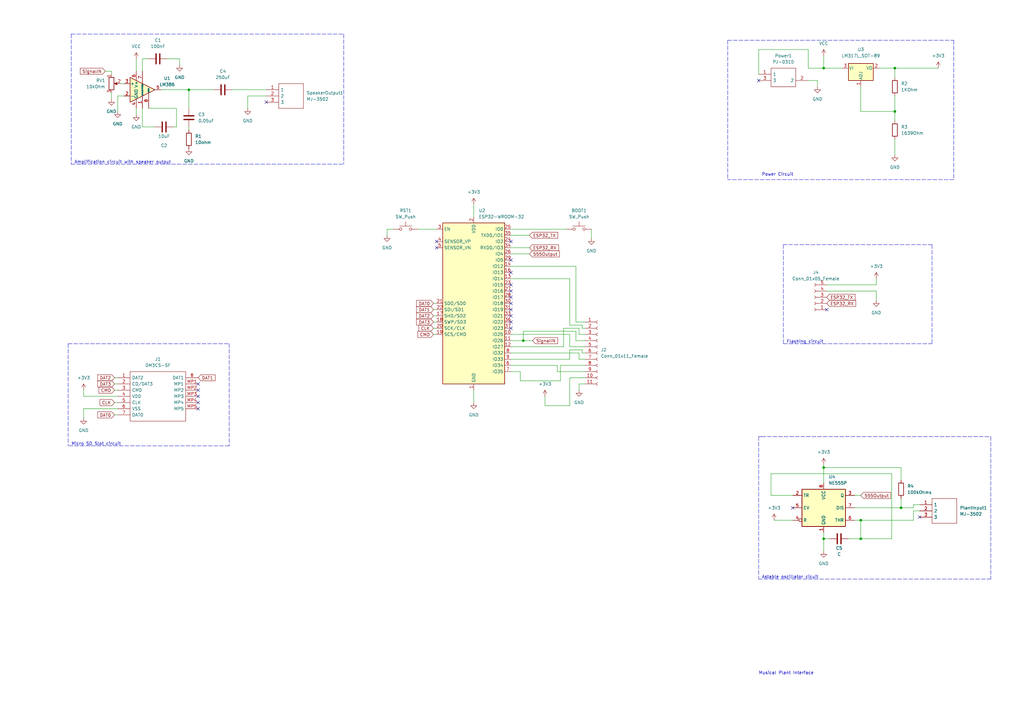
<source format=kicad_sch>
(kicad_sch (version 20211123) (generator eeschema)
  (paper "A3")
  (lib_symbols
    (symbol "Amplifier_Audio:LM386" (pin_names (offset 0.127))
      (property "Reference" "U" (at 1.27 7.62 0))
      (property "Value" "LM386" (at 1.27 5.08 0))
      (symbol "LM386_0_1"
        (polyline (pts (xy 5.08 0) (xy -5.08 5.08) (xy -5.08 -5.08) (xy 5.08 0)) (stroke (width 0.254)) (fill (type background)))
      )
      (symbol "LM386_1_1"
        (pin input line (at 0 -7.62 90) (length 5.08) (name "GAIN") (number "1"))
        (pin input line (at -7.62 -2.54 0) (length 2.54) (name "-") (number "2"))
        (pin input line (at -7.62 2.54 0) (length 2.54) (name "+") (number "3"))
        (pin power_in line (at -2.54 -7.62 90) (length 3.81) (name "GND") (number "4"))
        (pin output line (at 7.62 0 180) (length 2.54) (name "~") (number "5"))
        (pin power_in line (at -2.54 7.62 270) (length 3.81) (name "V+") (number "6"))
        (pin input line (at 0 7.62 270) (length 5.08) (name "BYPASS") (number "7"))
        (pin input line (at 2.54 -7.62 90) (length 6.35) (name "GAIN") (number "8"))
      )
    )
    (symbol "Connector:Conn_01x05_Female" (pin_names (offset 1.016) hide)
      (property "Reference" "J" (at 0 7.62 0))
      (property "Value" "Conn_01x05_Female" (at 0 -7.62 0))
      (symbol "Conn_01x05_Female_1_1"
        (arc (start 0 -4.572) (mid -0.508 -5.08) (end 0 -5.588) (stroke (width 0.1524)))
        (arc (start 0 -2.032) (mid -0.508 -2.54) (end 0 -3.048) (stroke (width 0.1524)))
        (polyline (pts (xy -1.27 -5.08) (xy -0.508 -5.08)) (stroke (width 0.1524)))
        (polyline (pts (xy -1.27 -2.54) (xy -0.508 -2.54)) (stroke (width 0.1524)))
        (polyline (pts (xy -1.27 0) (xy -0.508 0)) (stroke (width 0.1524)))
        (polyline (pts (xy -1.27 2.54) (xy -0.508 2.54)) (stroke (width 0.1524)))
        (polyline (pts (xy -1.27 5.08) (xy -0.508 5.08)) (stroke (width 0.1524)))
        (arc (start 0 0.508) (mid -0.508 0) (end 0 -0.508) (stroke (width 0.1524)))
        (arc (start 0 3.048) (mid -0.508 2.54) (end 0 2.032) (stroke (width 0.1524)))
        (arc (start 0 5.588) (mid -0.508 5.08) (end 0 4.572) (stroke (width 0.1524)))
        (pin passive line (at -5.08 5.08 0) (length 3.81) (name "Pin_1") (number "1"))
        (pin passive line (at -5.08 2.54 0) (length 3.81) (name "Pin_2") (number "2"))
        (pin passive line (at -5.08 0 0) (length 3.81) (name "Pin_3") (number "3"))
        (pin passive line (at -5.08 -2.54 0) (length 3.81) (name "Pin_4") (number "4"))
        (pin passive line (at -5.08 -5.08 0) (length 3.81) (name "Pin_5") (number "5"))
      )
    )
    (symbol "Connector:Conn_01x11_Female" (pin_names (offset 1.016) hide)
      (property "Reference" "J" (at 0 15.24 0))
      (property "Value" "Conn_01x11_Female" (at 0 -15.24 0))
      (symbol "Conn_01x11_Female_1_1"
        (arc (start 0 -12.192) (mid -0.508 -12.7) (end 0 -13.208) (stroke (width 0.1524)))
        (arc (start 0 -9.652) (mid -0.508 -10.16) (end 0 -10.668) (stroke (width 0.1524)))
        (arc (start 0 -7.112) (mid -0.508 -7.62) (end 0 -8.128) (stroke (width 0.1524)))
        (arc (start 0 -4.572) (mid -0.508 -5.08) (end 0 -5.588) (stroke (width 0.1524)))
        (arc (start 0 -2.032) (mid -0.508 -2.54) (end 0 -3.048) (stroke (width 0.1524)))
        (polyline (pts (xy -1.27 -12.7) (xy -0.508 -12.7)) (stroke (width 0.1524)))
        (polyline (pts (xy -1.27 -10.16) (xy -0.508 -10.16)) (stroke (width 0.1524)))
        (polyline (pts (xy -1.27 -7.62) (xy -0.508 -7.62)) (stroke (width 0.1524)))
        (polyline (pts (xy -1.27 -5.08) (xy -0.508 -5.08)) (stroke (width 0.1524)))
        (polyline (pts (xy -1.27 -2.54) (xy -0.508 -2.54)) (stroke (width 0.1524)))
        (polyline (pts (xy -1.27 0) (xy -0.508 0)) (stroke (width 0.1524)))
        (polyline (pts (xy -1.27 2.54) (xy -0.508 2.54)) (stroke (width 0.1524)))
        (polyline (pts (xy -1.27 5.08) (xy -0.508 5.08)) (stroke (width 0.1524)))
        (polyline (pts (xy -1.27 7.62) (xy -0.508 7.62)) (stroke (width 0.1524)))
        (polyline (pts (xy -1.27 10.16) (xy -0.508 10.16)) (stroke (width 0.1524)))
        (polyline (pts (xy -1.27 12.7) (xy -0.508 12.7)) (stroke (width 0.1524)))
        (arc (start 0 0.508) (mid -0.508 0) (end 0 -0.508) (stroke (width 0.1524)))
        (arc (start 0 3.048) (mid -0.508 2.54) (end 0 2.032) (stroke (width 0.1524)))
        (arc (start 0 5.588) (mid -0.508 5.08) (end 0 4.572) (stroke (width 0.1524)))
        (arc (start 0 8.128) (mid -0.508 7.62) (end 0 7.112) (stroke (width 0.1524)))
        (arc (start 0 10.668) (mid -0.508 10.16) (end 0 9.652) (stroke (width 0.1524)))
        (arc (start 0 13.208) (mid -0.508 12.7) (end 0 12.192) (stroke (width 0.1524)))
        (pin passive line (at -5.08 12.7 0) (length 3.81) (name "Pin_1") (number "1"))
        (pin passive line (at -5.08 -10.16 0) (length 3.81) (name "Pin_10") (number "10"))
        (pin passive line (at -5.08 -12.7 0) (length 3.81) (name "Pin_11") (number "11"))
        (pin passive line (at -5.08 10.16 0) (length 3.81) (name "Pin_2") (number "2"))
        (pin passive line (at -5.08 7.62 0) (length 3.81) (name "Pin_3") (number "3"))
        (pin passive line (at -5.08 5.08 0) (length 3.81) (name "Pin_4") (number "4"))
        (pin passive line (at -5.08 2.54 0) (length 3.81) (name "Pin_5") (number "5"))
        (pin passive line (at -5.08 0 0) (length 3.81) (name "Pin_6") (number "6"))
        (pin passive line (at -5.08 -2.54 0) (length 3.81) (name "Pin_7") (number "7"))
        (pin passive line (at -5.08 -5.08 0) (length 3.81) (name "Pin_8") (number "8"))
        (pin passive line (at -5.08 -7.62 0) (length 3.81) (name "Pin_9") (number "9"))
      )
    )
    (symbol "DM3CS-SF:DM3CS-SF" (pin_names (offset 0.762))
      (property "Reference" "J" (at 29.21 7.62 0))
      (property "Value" "DM3CS-SF" (at 29.21 5.08 0))
      (symbol "DM3CS-SF_0_0"
        (pin passive line (at 0 0 0) (length 5.08) (name "DAT2") (number "1"))
        (pin passive line (at 0 -2.54 0) (length 5.08) (name "CD/DAT3") (number "2"))
        (pin passive line (at 0 -5.08 0) (length 5.08) (name "CMD") (number "3"))
        (pin passive line (at 0 -7.62 0) (length 5.08) (name "VDD") (number "4"))
        (pin passive line (at 0 -10.16 0) (length 5.08) (name "CLK") (number "5"))
        (pin passive line (at 0 -12.7 0) (length 5.08) (name "VSS") (number "6"))
        (pin passive line (at 0 -15.24 0) (length 5.08) (name "DAT0") (number "7"))
        (pin passive line (at 33.02 0 180) (length 5.08) (name "DAT1") (number "8"))
        (pin passive line (at 33.02 -2.54 180) (length 5.08) (name "MP1") (number "MP1"))
        (pin passive line (at 33.02 -5.08 180) (length 5.08) (name "MP2") (number "MP2"))
        (pin passive line (at 33.02 -7.62 180) (length 5.08) (name "MP3") (number "MP3"))
        (pin passive line (at 33.02 -10.16 180) (length 5.08) (name "MP4") (number "MP4"))
        (pin passive line (at 33.02 -12.7 180) (length 5.08) (name "MP5") (number "MP5"))
      )
      (symbol "DM3CS-SF_0_1"
        (polyline (pts (xy 5.08 2.54) (xy 27.94 2.54) (xy 27.94 -17.78) (xy 5.08 -17.78) (xy 5.08 2.54)) (stroke (width 0.1524)))
      )
    )
    (symbol "Device:C" (pin_numbers hide) (pin_names (offset 0.254))
      (property "Reference" "C" (at 0.635 2.54 0))
      (property "Value" "C" (at 0.635 -2.54 0))
      (symbol "C_0_1"
        (polyline (pts (xy -2.032 -0.762) (xy 2.032 -0.762)) (stroke (width 0.508)))
        (polyline (pts (xy -2.032 0.762) (xy 2.032 0.762)) (stroke (width 0.508)))
      )
      (symbol "C_1_1"
        (pin passive line (at 0 3.81 270) (length 2.794) (name "~") (number "1"))
        (pin passive line (at 0 -3.81 90) (length 2.794) (name "~") (number "2"))
      )
    )
    (symbol "Device:R" (pin_numbers hide) (pin_names (offset 0))
      (property "Reference" "R" (at 2.032 0 90))
      (property "Value" "R" (at 0 0 90))
      (symbol "R_0_1"
        (rectangle (start -1.016 -2.54) (end 1.016 2.54) (stroke (width 0.254)))
      )
      (symbol "R_1_1"
        (pin passive line (at 0 3.81 270) (length 1.27) (name "~") (number "1"))
        (pin passive line (at 0 -3.81 90) (length 1.27) (name "~") (number "2"))
      )
    )
    (symbol "Device:R_Potentiometer" (pin_names (offset 1.016) hide)
      (property "Reference" "RV" (at -4.445 0 90))
      (property "Value" "R_Potentiometer" (at -2.54 0 90))
      (symbol "R_Potentiometer_0_1"
        (polyline (pts (xy 2.54 0) (xy 1.524 0)))
        (polyline (pts (xy 1.143 0) (xy 2.286 0.508) (xy 2.286 -0.508) (xy 1.143 0)) (fill (type outline)))
        (rectangle (start 1.016 2.54) (end -1.016 -2.54) (stroke (width 0.254)))
      )
      (symbol "R_Potentiometer_1_1"
        (pin passive line (at 0 3.81 270) (length 1.27) (name "1") (number "1"))
        (pin passive line (at 3.81 0 180) (length 1.27) (name "2") (number "2"))
        (pin passive line (at 0 -3.81 90) (length 1.27) (name "3") (number "3"))
      )
    )
    (symbol "MJ-3502:MJ-3502" (pin_names (offset 0.762))
      (property "Reference" "J" (at 16.51 7.62 0))
      (property "Value" "MJ-3502" (at 16.51 5.08 0))
      (symbol "MJ-3502_0_0"
        (pin passive line (at 0 0 0) (length 5.08) (name "1") (number "1"))
        (pin passive line (at 0 -2.54 0) (length 5.08) (name "2") (number "2"))
        (pin passive line (at 0 -5.08 0) (length 5.08) (name "3") (number "3"))
      )
      (symbol "MJ-3502_0_1"
        (polyline (pts (xy 5.08 2.54) (xy 15.24 2.54) (xy 15.24 -7.62) (xy 5.08 -7.62) (xy 5.08 2.54)) (stroke (width 0.1524)))
      )
    )
    (symbol "PJ-031D:PJ-031D" (pin_names (offset 0.762))
      (property "Reference" "J" (at 16.51 7.62 0))
      (property "Value" "PJ-031D" (at 16.51 5.08 0))
      (symbol "PJ-031D_0_0"
        (pin passive line (at 20.32 -2.54 180) (length 5.08) (name "1") (number "1"))
        (pin passive line (at 0 0 0) (length 5.08) (name "2") (number "2"))
        (pin passive line (at 20.32 0 180) (length 5.08) (name "3") (number "3"))
      )
      (symbol "PJ-031D_0_1"
        (polyline (pts (xy 5.08 2.54) (xy 15.24 2.54) (xy 15.24 -5.08) (xy 5.08 -5.08) (xy 5.08 2.54)) (stroke (width 0.1524)))
      )
    )
    (symbol "RF_Module:ESP32-WROOM-32"
      (property "Reference" "U" (at -12.7 34.29 0))
      (property "Value" "ESP32-WROOM-32" (at 1.27 34.29 0))
      (symbol "ESP32-WROOM-32_0_1"
        (rectangle (start -12.7 33.02) (end 12.7 -33.02) (stroke (width 0.254)) (fill (type background)))
      )
      (symbol "ESP32-WROOM-32_1_1"
        (pin power_in line (at 0 -35.56 90) (length 2.54) (name "GND") (number "1"))
        (pin bidirectional line (at 15.24 -12.7 180) (length 2.54) (name "IO25") (number "10"))
        (pin bidirectional line (at 15.24 -15.24 180) (length 2.54) (name "IO26") (number "11"))
        (pin bidirectional line (at 15.24 -17.78 180) (length 2.54) (name "IO27") (number "12"))
        (pin bidirectional line (at 15.24 10.16 180) (length 2.54) (name "IO14") (number "13"))
        (pin bidirectional line (at 15.24 15.24 180) (length 2.54) (name "IO12") (number "14"))
        (pin passive line (at 0 -35.56 90) (length 2.54) hide (name "GND") (number "15"))
        (pin bidirectional line (at 15.24 12.7 180) (length 2.54) (name "IO13") (number "16"))
        (pin bidirectional line (at -15.24 -5.08 0) (length 2.54) (name "SHD/SD2") (number "17"))
        (pin bidirectional line (at -15.24 -7.62 0) (length 2.54) (name "SWP/SD3") (number "18"))
        (pin bidirectional line (at -15.24 -12.7 0) (length 2.54) (name "SCS/CMD") (number "19"))
        (pin power_in line (at 0 35.56 270) (length 2.54) (name "VDD") (number "2"))
        (pin bidirectional line (at -15.24 -10.16 0) (length 2.54) (name "SCK/CLK") (number "20"))
        (pin bidirectional line (at -15.24 0 0) (length 2.54) (name "SDO/SD0") (number "21"))
        (pin bidirectional line (at -15.24 -2.54 0) (length 2.54) (name "SDI/SD1") (number "22"))
        (pin bidirectional line (at 15.24 7.62 180) (length 2.54) (name "IO15") (number "23"))
        (pin bidirectional line (at 15.24 25.4 180) (length 2.54) (name "IO2") (number "24"))
        (pin bidirectional line (at 15.24 30.48 180) (length 2.54) (name "IO0") (number "25"))
        (pin bidirectional line (at 15.24 20.32 180) (length 2.54) (name "IO4") (number "26"))
        (pin bidirectional line (at 15.24 5.08 180) (length 2.54) (name "IO16") (number "27"))
        (pin bidirectional line (at 15.24 2.54 180) (length 2.54) (name "IO17") (number "28"))
        (pin bidirectional line (at 15.24 17.78 180) (length 2.54) (name "IO5") (number "29"))
        (pin input line (at -15.24 30.48 0) (length 2.54) (name "EN") (number "3"))
        (pin bidirectional line (at 15.24 0 180) (length 2.54) (name "IO18") (number "30"))
        (pin bidirectional line (at 15.24 -2.54 180) (length 2.54) (name "IO19") (number "31"))
        (pin no_connect line (at -12.7 -27.94 0) (length 2.54) hide (name "NC") (number "32"))
        (pin bidirectional line (at 15.24 -5.08 180) (length 2.54) (name "IO21") (number "33"))
        (pin bidirectional line (at 15.24 22.86 180) (length 2.54) (name "RXD0/IO3") (number "34"))
        (pin bidirectional line (at 15.24 27.94 180) (length 2.54) (name "TXD0/IO1") (number "35"))
        (pin bidirectional line (at 15.24 -7.62 180) (length 2.54) (name "IO22") (number "36"))
        (pin bidirectional line (at 15.24 -10.16 180) (length 2.54) (name "IO23") (number "37"))
        (pin passive line (at 0 -35.56 90) (length 2.54) hide (name "GND") (number "38"))
        (pin passive line (at 0 -35.56 90) (length 2.54) hide (name "GND") (number "39"))
        (pin input line (at -15.24 25.4 0) (length 2.54) (name "SENSOR_VP") (number "4"))
        (pin input line (at -15.24 22.86 0) (length 2.54) (name "SENSOR_VN") (number "5"))
        (pin input line (at 15.24 -25.4 180) (length 2.54) (name "IO34") (number "6"))
        (pin input line (at 15.24 -27.94 180) (length 2.54) (name "IO35") (number "7"))
        (pin bidirectional line (at 15.24 -20.32 180) (length 2.54) (name "IO32") (number "8"))
        (pin bidirectional line (at 15.24 -22.86 180) (length 2.54) (name "IO33") (number "9"))
      )
    )
    (symbol "Regulator_Linear:LM317L_SOT-89" (pin_names (offset 0.254))
      (property "Reference" "U" (at -3.81 3.175 0))
      (property "Value" "LM317L_SOT-89" (at 0 3.175 0))
      (symbol "LM317L_SOT-89_0_1"
        (rectangle (start -5.08 1.905) (end 5.08 -5.08) (stroke (width 0.254)) (fill (type background)))
      )
      (symbol "LM317L_SOT-89_1_1"
        (pin input line (at 0 -7.62 90) (length 2.54) (name "ADJ") (number "1"))
        (pin power_out line (at 7.62 0 180) (length 2.54) (name "VO") (number "2"))
        (pin power_in line (at -7.62 0 0) (length 2.54) (name "VI") (number "3"))
      )
    )
    (symbol "Switch:SW_Push" (pin_numbers hide) (pin_names (offset 1.016) hide)
      (property "Reference" "SW" (at 1.27 2.54 0))
      (property "Value" "SW_Push" (at 0 -1.524 0))
      (symbol "SW_Push_0_1"
        (circle (center -2.032 0) (radius 0.508))
        (polyline (pts (xy 0 1.27) (xy 0 3.048)))
        (polyline (pts (xy 2.54 1.27) (xy -2.54 1.27)))
        (circle (center 2.032 0) (radius 0.508))
        (pin passive line (at -5.08 0 0) (length 2.54) (name "1") (number "1"))
        (pin passive line (at 5.08 0 180) (length 2.54) (name "2") (number "2"))
      )
    )
    (symbol "Timer:NE555P"
      (property "Reference" "U" (at -10.16 8.89 0))
      (property "Value" "NE555P" (at 2.54 8.89 0))
      (symbol "NE555P_0_0"
        (pin power_in line (at 0 -10.16 90) (length 2.54) (name "GND") (number "1"))
        (pin power_in line (at 0 10.16 270) (length 2.54) (name "VCC") (number "8"))
      )
      (symbol "NE555P_0_1"
        (rectangle (start -8.89 -7.62) (end 8.89 7.62) (stroke (width 0.254)) (fill (type background)))
        (rectangle (start -8.89 -7.62) (end 8.89 7.62) (stroke (width 0.254)) (fill (type background)))
      )
      (symbol "NE555P_1_1"
        (pin input line (at -12.7 5.08 0) (length 3.81) (name "TR") (number "2"))
        (pin output line (at 12.7 5.08 180) (length 3.81) (name "Q") (number "3"))
        (pin input inverted (at -12.7 -5.08 0) (length 3.81) (name "R") (number "4"))
        (pin input line (at -12.7 0 0) (length 3.81) (name "CV") (number "5"))
        (pin input line (at 12.7 -5.08 180) (length 3.81) (name "THR") (number "6"))
        (pin input line (at 12.7 0 180) (length 3.81) (name "DIS") (number "7"))
      )
    )
    (symbol "power:+3.3V" (power) (pin_names (offset 0))
      (property "Value" "+3.3V" (at 0 3.556 0))
      (symbol "+3.3V_0_1"
        (polyline (pts (xy -0.762 1.27) (xy 0 2.54)))
        (polyline (pts (xy 0 0) (xy 0 2.54)))
        (polyline (pts (xy 0 2.54) (xy 0.762 1.27)))
      )
      (symbol "+3.3V_1_1"
        (pin power_in line (at 0 0 90) (length 0) hide (name "+3V3") (number "1"))
      )
    )
    (symbol "power:GND" (power) (pin_names (offset 0))
      (property "Value" "GND" (at 0 -3.81 0))
      (symbol "GND_0_1"
        (polyline (pts (xy 0 0) (xy 0 -1.27) (xy 1.27 -1.27) (xy 0 -2.54) (xy -1.27 -1.27) (xy 0 -1.27)))
      )
      (symbol "GND_1_1"
        (pin power_in line (at 0 0 270) (length 0) hide (name "GND") (number "1"))
      )
    )
    (symbol "power:VCC" (power) (pin_names (offset 0))
      (property "Value" "VCC" (at 0 3.81 0))
      (symbol "VCC_0_1"
        (polyline (pts (xy -0.762 1.27) (xy 0 2.54)))
        (polyline (pts (xy 0 0) (xy 0 2.54)))
        (polyline (pts (xy 0 2.54) (xy 0.762 1.27)))
      )
      (symbol "VCC_1_1"
        (pin power_in line (at 0 0 90) (length 0) hide (name "VCC") (number "1"))
      )
    )
  )
  (junction (at 214.63 139.7))
  (junction (at 353.06 220.98))
  (junction (at 337.82 191.77))
  (junction (at 367.03 45.72))
  (junction (at 337.82 220.98))
  (junction (at 353.06 213.36))
  (junction (at 369.57 208.28))
  (junction (at 337.82 27.94))
  (junction (at 77.47 36.83))
  (junction (at 367.03 27.94))
  (no_connect (at 81.28 160.02))
  (no_connect (at 81.28 162.56))
  (no_connect (at 81.28 165.1))
  (no_connect (at 81.28 167.64))
  (no_connect (at 81.28 157.48))
  (no_connect (at 339.09 127))
  (no_connect (at 209.55 119.38))
  (no_connect (at 209.55 121.92))
  (no_connect (at 209.55 127))
  (no_connect (at 209.55 124.46))
  (no_connect (at 209.55 129.54))
  (no_connect (at 209.55 132.08))
  (no_connect (at 209.55 134.62))
  (no_connect (at 377.19 212.09))
  (no_connect (at 109.22 41.91))
  (no_connect (at 325.12 208.28))
  (no_connect (at 209.55 106.68))
  (no_connect (at 209.55 116.84))
  (no_connect (at 209.55 111.76))
  (no_connect (at 179.07 99.06))
  (no_connect (at 209.55 99.06))
  (no_connect (at 179.07 101.6))
  (no_connect (at 311.15 33.02))
  (wire (pts (xy 77.47 52.07) (xy 77.47 53.34)))
  (polyline (pts (xy 391.16 16.51) (xy 391.16 73.66)))
  (wire (pts (xy 223.52 162.56) (xy 223.52 166.37)))
  (wire (pts (xy 228.6 149.86) (xy 228.6 152.4)))
  (wire (pts (xy 58.42 52.07) (xy 63.5 52.07)))
  (wire (pts (xy 177.8 134.62) (xy 179.07 134.62)))
  (polyline (pts (xy 321.31 100.33) (xy 321.31 140.97)))
  (polyline (pts (xy 298.45 16.51) (xy 391.16 16.51)))
  (wire (pts (xy 353.06 45.72) (xy 367.03 45.72)))
  (wire (pts (xy 58.42 29.21) (xy 58.42 24.13)))
  (polyline (pts (xy 382.27 100.33) (xy 382.27 140.97)))
  (wire (pts (xy 101.6 39.37) (xy 101.6 44.45)))
  (wire (pts (xy 48.26 39.37) (xy 48.26 45.72)))
  (wire (pts (xy 55.88 44.45) (xy 55.88 46.99)))
  (wire (pts (xy 214.63 139.7) (xy 214.63 135.89)))
  (wire (pts (xy 209.55 149.86) (xy 228.6 149.86)))
  (wire (pts (xy 236.22 135.89) (xy 236.22 139.7)))
  (polyline (pts (xy 312.42 179.07) (xy 406.4 179.07)))
  (wire (pts (xy 238.76 133.35) (xy 238.76 134.62)))
  (wire (pts (xy 209.55 152.4) (xy 213.36 152.4)))
  (wire (pts (xy 66.04 36.83) (xy 77.47 36.83)))
  (wire (pts (xy 72.39 44.45) (xy 72.39 52.07)))
  (wire (pts (xy 233.68 137.16) (xy 233.68 142.24)))
  (wire (pts (xy 350.52 213.36) (xy 353.06 213.36)))
  (wire (pts (xy 233.68 114.3) (xy 233.68 133.35)))
  (wire (pts (xy 214.63 139.7) (xy 218.44 139.7)))
  (wire (pts (xy 236.22 132.08) (xy 240.03 132.08)))
  (wire (pts (xy 77.47 36.83) (xy 87.63 36.83)))
  (wire (pts (xy 213.36 156.21) (xy 229.87 156.21)))
  (wire (pts (xy 77.47 36.83) (xy 77.47 44.45)))
  (wire (pts (xy 209.55 93.98) (xy 232.41 93.98)))
  (wire (pts (xy 233.68 154.94) (xy 233.68 166.37)))
  (wire (pts (xy 229.87 156.21) (xy 229.87 149.86)))
  (wire (pts (xy 72.39 52.07) (xy 71.12 52.07)))
  (wire (pts (xy 171.45 93.98) (xy 179.07 93.98)))
  (wire (pts (xy 337.82 27.94) (xy 345.44 27.94)))
  (wire (pts (xy 46.99 170.18) (xy 48.26 170.18)))
  (wire (pts (xy 331.47 33.02) (xy 335.28 33.02)))
  (wire (pts (xy 34.29 167.64) (xy 34.29 171.45)))
  (wire (pts (xy 339.09 116.84) (xy 359.41 116.84)))
  (wire (pts (xy 347.98 220.98) (xy 353.06 220.98)))
  (polyline (pts (xy 382.27 100.33) (xy 321.31 100.33)))
  (wire (pts (xy 238.76 144.78) (xy 240.03 144.78)))
  (wire (pts (xy 316.23 194.31) (xy 365.76 194.31)))
  (wire (pts (xy 177.8 137.16) (xy 179.07 137.16)))
  (wire (pts (xy 237.49 147.32) (xy 240.03 147.32)))
  (polyline (pts (xy 93.98 182.88) (xy 27.94 182.88)))
  (polyline (pts (xy 29.21 67.31) (xy 140.97 67.31)))
  (wire (pts (xy 233.68 142.24) (xy 240.03 142.24)))
  (wire (pts (xy 229.87 149.86) (xy 240.03 149.86)))
  (wire (pts (xy 331.47 27.94) (xy 337.82 27.94)))
  (wire (pts (xy 55.88 24.13) (xy 55.88 29.21)))
  (wire (pts (xy 214.63 135.89) (xy 236.22 135.89)))
  (wire (pts (xy 236.22 109.22) (xy 236.22 132.08)))
  (wire (pts (xy 43.18 29.21) (xy 45.72 29.21)))
  (wire (pts (xy 237.49 157.48) (xy 237.49 160.02)))
  (wire (pts (xy 374.65 209.55) (xy 377.19 209.55)))
  (wire (pts (xy 46.99 165.1) (xy 48.26 165.1)))
  (polyline (pts (xy 29.21 13.97) (xy 29.21 67.31)))
  (wire (pts (xy 331.47 20.32) (xy 331.47 27.94)))
  (wire (pts (xy 365.76 194.31) (xy 365.76 220.98)))
  (wire (pts (xy 46.99 160.02) (xy 48.26 160.02)))
  (wire (pts (xy 311.15 20.32) (xy 331.47 20.32)))
  (wire (pts (xy 237.49 144.78) (xy 237.49 147.32)))
  (wire (pts (xy 34.29 160.02) (xy 34.29 162.56)))
  (wire (pts (xy 367.03 57.15) (xy 367.03 63.5)))
  (wire (pts (xy 161.29 93.98) (xy 158.75 93.98)))
  (polyline (pts (xy 93.98 140.97) (xy 93.98 182.88)))
  (polyline (pts (xy 321.31 140.97) (xy 382.27 140.97)))
  (wire (pts (xy 228.6 152.4) (xy 240.03 152.4)))
  (wire (pts (xy 337.82 22.86) (xy 337.82 27.94)))
  (wire (pts (xy 337.82 190.5) (xy 337.82 191.77)))
  (wire (pts (xy 50.8 39.37) (xy 48.26 39.37)))
  (polyline (pts (xy 29.21 13.97) (xy 140.97 13.97)))
  (wire (pts (xy 209.55 144.78) (xy 237.49 144.78)))
  (wire (pts (xy 177.8 124.46) (xy 179.07 124.46)))
  (polyline (pts (xy 311.15 179.07) (xy 312.42 179.07)))
  (wire (pts (xy 335.28 33.02) (xy 335.28 35.56)))
  (wire (pts (xy 317.5 213.36) (xy 325.12 213.36)))
  (wire (pts (xy 353.06 203.2) (xy 350.52 203.2)))
  (wire (pts (xy 95.25 36.83) (xy 109.22 36.83)))
  (wire (pts (xy 367.03 27.94) (xy 367.03 31.75)))
  (wire (pts (xy 101.6 39.37) (xy 109.22 39.37)))
  (wire (pts (xy 337.82 191.77) (xy 369.57 191.77)))
  (wire (pts (xy 34.29 162.56) (xy 48.26 162.56)))
  (wire (pts (xy 213.36 152.4) (xy 213.36 156.21)))
  (wire (pts (xy 238.76 134.62) (xy 240.03 134.62)))
  (wire (pts (xy 177.8 132.08) (xy 179.07 132.08)))
  (wire (pts (xy 194.31 160.02) (xy 194.31 165.1)))
  (wire (pts (xy 177.8 129.54) (xy 179.07 129.54)))
  (wire (pts (xy 359.41 119.38) (xy 359.41 123.19)))
  (wire (pts (xy 369.57 191.77) (xy 369.57 196.85)))
  (wire (pts (xy 337.82 218.44) (xy 337.82 220.98)))
  (wire (pts (xy 240.03 157.48) (xy 237.49 157.48)))
  (wire (pts (xy 231.14 134.62) (xy 237.49 134.62)))
  (wire (pts (xy 367.03 45.72) (xy 367.03 39.37)))
  (wire (pts (xy 337.82 220.98) (xy 340.36 220.98)))
  (wire (pts (xy 58.42 44.45) (xy 58.42 52.07)))
  (wire (pts (xy 233.68 166.37) (xy 223.52 166.37)))
  (polyline (pts (xy 311.15 179.07) (xy 311.15 237.49)))
  (wire (pts (xy 367.03 27.94) (xy 384.81 27.94)))
  (wire (pts (xy 337.82 220.98) (xy 337.82 226.06)))
  (wire (pts (xy 46.99 154.94) (xy 48.26 154.94)))
  (wire (pts (xy 48.26 167.64) (xy 34.29 167.64)))
  (wire (pts (xy 360.68 27.94) (xy 367.03 27.94)))
  (wire (pts (xy 49.53 34.29) (xy 50.8 34.29)))
  (wire (pts (xy 374.65 207.01) (xy 377.19 207.01)))
  (wire (pts (xy 194.31 83.82) (xy 194.31 88.9)))
  (wire (pts (xy 337.82 191.77) (xy 337.82 198.12)))
  (wire (pts (xy 158.75 93.98) (xy 158.75 96.52)))
  (wire (pts (xy 359.41 116.84) (xy 359.41 114.3)))
  (wire (pts (xy 374.65 209.55) (xy 374.65 213.36)))
  (wire (pts (xy 58.42 24.13) (xy 60.96 24.13)))
  (wire (pts (xy 374.65 208.28) (xy 374.65 207.01)))
  (polyline (pts (xy 27.94 140.97) (xy 27.94 182.88)))
  (polyline (pts (xy 406.4 179.07) (xy 406.4 237.49)))
  (polyline (pts (xy 391.16 73.66) (xy 298.45 73.66)))
  (wire (pts (xy 233.68 143.51) (xy 238.76 143.51)))
  (polyline (pts (xy 27.94 140.97) (xy 93.98 140.97)))
  (wire (pts (xy 311.15 30.48) (xy 311.15 20.32)))
  (wire (pts (xy 209.55 96.52) (xy 217.17 96.52)))
  (wire (pts (xy 353.06 220.98) (xy 353.06 213.36)))
  (wire (pts (xy 209.55 137.16) (xy 233.68 137.16)))
  (wire (pts (xy 233.68 147.32) (xy 233.68 143.51)))
  (wire (pts (xy 240.03 154.94) (xy 233.68 154.94)))
  (wire (pts (xy 46.99 157.48) (xy 48.26 157.48)))
  (wire (pts (xy 209.55 104.14) (xy 217.17 104.14)))
  (wire (pts (xy 367.03 45.72) (xy 367.03 49.53)))
  (wire (pts (xy 45.72 30.48) (xy 45.72 29.21)))
  (wire (pts (xy 233.68 133.35) (xy 238.76 133.35)))
  (wire (pts (xy 242.57 93.98) (xy 242.57 97.79)))
  (polyline (pts (xy 140.97 13.97) (xy 140.97 67.31)))
  (wire (pts (xy 237.49 137.16) (xy 240.03 137.16)))
  (wire (pts (xy 209.55 114.3) (xy 233.68 114.3)))
  (wire (pts (xy 209.55 142.24) (xy 231.14 142.24)))
  (wire (pts (xy 68.58 24.13) (xy 73.66 24.13)))
  (polyline (pts (xy 406.4 237.49) (xy 311.15 237.49)))
  (polyline (pts (xy 298.45 16.51) (xy 298.45 73.66)))
  (wire (pts (xy 209.55 101.6) (xy 217.17 101.6)))
  (wire (pts (xy 236.22 139.7) (xy 240.03 139.7)))
  (wire (pts (xy 369.57 208.28) (xy 374.65 208.28)))
  (wire (pts (xy 369.57 204.47) (xy 369.57 208.28)))
  (wire (pts (xy 316.23 203.2) (xy 316.23 194.31)))
  (wire (pts (xy 238.76 143.51) (xy 238.76 144.78)))
  (wire (pts (xy 73.66 24.13) (xy 73.66 26.67)))
  (wire (pts (xy 231.14 142.24) (xy 231.14 134.62)))
  (wire (pts (xy 209.55 139.7) (xy 214.63 139.7)))
  (wire (pts (xy 339.09 119.38) (xy 359.41 119.38)))
  (wire (pts (xy 177.8 127) (xy 179.07 127)))
  (wire (pts (xy 209.55 147.32) (xy 233.68 147.32)))
  (wire (pts (xy 237.49 134.62) (xy 237.49 137.16)))
  (wire (pts (xy 325.12 203.2) (xy 316.23 203.2)))
  (wire (pts (xy 353.06 213.36) (xy 374.65 213.36)))
  (wire (pts (xy 350.52 208.28) (xy 369.57 208.28)))
  (wire (pts (xy 60.96 44.45) (xy 72.39 44.45)))
  (wire (pts (xy 353.06 35.56) (xy 353.06 45.72)))
  (wire (pts (xy 45.72 38.1) (xy 45.72 40.64)))
  (wire (pts (xy 365.76 220.98) (xy 353.06 220.98)))
  (wire (pts (xy 209.55 109.22) (xy 236.22 109.22)))
  (text "Musical Plant Interface" (at 311.15 276.86 0) (effects (font (size 1.27 1.27)) (justify left bottom)))
  (text "Amplification circuit with speaker output\n" (at 30.48 67.31 0) (effects (font (size 1.27 1.27)) (justify left bottom)))
  (text "Power Circuit\n" (at 312.42 72.39 0) (effects (font (size 1.27 1.27)) (justify left bottom)))
  (text "Astable oscillator cicuit" (at 312.42 237.49 0) (effects (font (size 1.27 1.27)) (justify left bottom)))
  (text "Micro SD Slot circuit\n" (at 29.21 182.88 0) (effects (font (size 1.27 1.27)) (justify left bottom)))
  (text "Flashing circuit" (at 322.58 140.97 0) (effects (font (size 1.27 1.27)) (justify left bottom)))
  (global_label "DAT0" (shape input) (at 177.8 124.46 180) (property "Intersheet References" "${INTERSHEET_REFS}" (effects hide)))
  (global_label "CLK" (shape input) (at 46.99 165.1 180) (property "Intersheet References" "${INTERSHEET_REFS}" (effects hide)))
  (global_label "DAT1" (shape input) (at 177.8 127 180) (property "Intersheet References" "${INTERSHEET_REFS}" (effects hide)))
  (global_label "ESP32_TX" (shape input) (at 339.09 121.92 0) (property "Intersheet References" "${INTERSHEET_REFS}" (effects hide)))
  (global_label "555Output" (shape input) (at 353.06 203.2 0) (property "Intersheet References" "${INTERSHEET_REFS}" (effects hide)))
  (global_label "SignalIN" (shape input) (at 43.18 29.21 180) (property "Intersheet References" "${INTERSHEET_REFS}" (effects hide)))
  (global_label "555Output" (shape input) (at 217.17 104.14 0) (property "Intersheet References" "${INTERSHEET_REFS}" (effects hide)))
  (global_label "CMD" (shape input) (at 46.99 160.02 180) (property "Intersheet References" "${INTERSHEET_REFS}" (effects hide)))
  (global_label "DAT1" (shape input) (at 81.28 154.94 0) (property "Intersheet References" "${INTERSHEET_REFS}" (effects hide)))
  (global_label "DAT2" (shape input) (at 46.99 154.94 180) (property "Intersheet References" "${INTERSHEET_REFS}" (effects hide)))
  (global_label "DAT3" (shape input) (at 46.99 157.48 180) (property "Intersheet References" "${INTERSHEET_REFS}" (effects hide)))
  (global_label "SignalIN" (shape input) (at 218.44 139.7 0) (property "Intersheet References" "${INTERSHEET_REFS}" (effects hide)))
  (global_label "DAT0" (shape input) (at 46.99 170.18 180) (property "Intersheet References" "${INTERSHEET_REFS}" (effects hide)))
  (global_label "ESP32_RX" (shape input) (at 339.09 124.46 0) (property "Intersheet References" "${INTERSHEET_REFS}" (effects hide)))
  (global_label "CMD" (shape input) (at 177.8 137.16 180) (property "Intersheet References" "${INTERSHEET_REFS}" (effects hide)))
  (global_label "ESP32_RX" (shape input) (at 217.17 101.6 0) (property "Intersheet References" "${INTERSHEET_REFS}" (effects hide)))
  (global_label "CLK" (shape input) (at 177.8 134.62 180) (property "Intersheet References" "${INTERSHEET_REFS}" (effects hide)))
  (global_label "ESP32_TX" (shape input) (at 217.17 96.52 0) (property "Intersheet References" "${INTERSHEET_REFS}" (effects hide)))
  (global_label "DAT3" (shape input) (at 177.8 132.08 180) (property "Intersheet References" "${INTERSHEET_REFS}" (effects hide)))
  (global_label "DAT2" (shape input) (at 177.8 129.54 180) (property "Intersheet References" "${INTERSHEET_REFS}" (effects hide)))
  (symbol (lib_id "Device:C") (at 344.17 220.98 90) (unit 1)
    (property "Reference" "C5" (at 344.17 224.79 90))
    (property "Value" "C" (at 344.17 227.33 90))
    (property "Footprint" "Capacitor_SMD:C_0603_1608Metric_Pad1.08x0.95mm_HandSolder" (effects hide))
  )
  (symbol (lib_id "power:GND") (at 337.82 226.06 0) (unit 1)
    (property "Reference" "#PWR0104" (effects hide))
    (property "Value" "GND" (at 337.82 231.14 0))
  )
  (symbol (lib_id "power:GND") (at 237.49 160.02 0) (unit 1)
    (property "Reference" "#PWR0106" (effects hide))
    (property "Value" "GND" (at 237.49 165.1 0))
  )
  (symbol (lib_id "Switch:SW_Push") (at 166.37 93.98 0) (unit 1)
    (property "Reference" "RST1" (at 166.37 86.36 0))
    (property "Value" "SW_Push" (at 166.37 88.9 0))
    (property "Footprint" "Button_Switch_SMD:SW_SPST_EVQP0" (effects hide))
  )
  (symbol (lib_id "power:+3.3V") (at 223.52 162.56 0) (unit 1)
    (property "Reference" "#PWR0107" (effects hide))
    (property "Value" "+3.3V" (at 223.52 157.48 0))
  )
  (symbol (lib_id "Device:R") (at 367.03 35.56 0) (unit 1)
    (property "Reference" "R2" (at 369.57 34.2899 0) (effects (justify left)))
    (property "Value" "1KOhm" (at 369.57 36.8299 0) (effects (justify left)))
    (property "Footprint" "Resistor_SMD:R_1206_3216Metric_Pad1.30x1.75mm_HandSolder" (effects hide))
  )
  (symbol (lib_id "Device:C") (at 91.44 36.83 90) (unit 1)
    (property "Reference" "C4" (at 91.44 29.21 90))
    (property "Value" "250uF" (at 91.44 31.75 90))
    (property "Footprint" "Capacitor_SMD:C_0603_1608Metric_Pad1.08x0.95mm_HandSolder" (effects hide))
  )
  (symbol (lib_id "Switch:SW_Push") (at 237.49 93.98 0) (unit 1)
    (property "Reference" "BOOT1" (at 237.49 86.36 0))
    (property "Value" "SW_Push" (at 237.49 88.9 0))
    (property "Footprint" "Button_Switch_SMD:SW_SPST_EVQP0" (effects hide))
  )
  (symbol (lib_id "power:GND") (at 34.29 171.45 0) (unit 1)
    (property "Reference" "#PWR02" (effects hide))
    (property "Value" "GND" (at 34.29 176.53 0))
  )
  (symbol (lib_id "power:+3.3V") (at 34.29 160.02 0) (unit 1)
    (property "Reference" "#PWR01" (effects hide))
    (property "Value" "+3.3V" (at 34.29 154.94 0))
  )
  (symbol (lib_id "Device:R") (at 367.03 53.34 0) (unit 1)
    (property "Reference" "R3" (at 369.57 52.0699 0) (effects (justify left)))
    (property "Value" "1639Ohm" (at 369.57 54.6099 0) (effects (justify left)))
    (property "Footprint" "Resistor_SMD:R_1206_3216Metric_Pad1.30x1.75mm_HandSolder" (effects hide))
  )
  (symbol (lib_id "RF_Module:ESP32-WROOM-32") (at 194.31 124.46 0) (unit 1)
    (property "Reference" "U2" (at 196.3294 86.36 0) (effects (justify left)))
    (property "Value" "ESP32-WROOM-32" (at 196.3294 88.9 0) (effects (justify left)))
    (property "Footprint" "RF_Module:ESP32-WROOM-32" (effects hide))
    (property "Datasheet" "https://www.espressif.com/sites/default/files/documentation/esp32-wroom-32_datasheet_en.pdf" (effects hide))
  )
  (symbol (lib_id "power:GND") (at 335.28 35.56 0) (unit 1)
    (property "Reference" "#PWR012" (effects hide))
    (property "Value" "GND" (at 335.28 40.64 0))
  )
  (symbol (lib_id "power:VCC") (at 337.82 22.86 0) (unit 1)
    (property "Reference" "#PWR013" (effects hide))
    (property "Value" "VCC" (at 337.82 17.78 0))
  )
  (symbol (lib_id "Amplifier_Audio:LM386") (at 58.42 36.83 0) (unit 1)
    (property "Reference" "U1" (at 68.58 32.131 0))
    (property "Value" "LM386" (at 68.58 34.671 0))
    (property "Footprint" "LM386:DIP794W45P254L959H508Q8" (effects hide))
    (property "Datasheet" "http://www.ti.com/lit/ds/symlink/lm386.pdf" (effects hide))
  )
  (symbol (lib_id "power:GND") (at 194.31 165.1 0) (unit 1)
    (property "Reference" "#PWR0102" (effects hide))
    (property "Value" "GND" (at 194.31 170.18 0))
  )
  (symbol (lib_id "power:+3.3V") (at 317.5 213.36 0) (unit 1)
    (property "Reference" "#PWR0105" (effects hide))
    (property "Value" "+3.3V" (at 317.5 208.28 0))
  )
  (symbol (lib_id "power:GND") (at 55.88 46.99 0) (unit 1)
    (property "Reference" "#PWR06" (effects hide))
    (property "Value" "GND" (at 55.88 52.07 0))
  )
  (symbol (lib_id "MJ-3502:MJ-3502") (at 377.19 207.01 0) (unit 1)
    (property "Reference" "PlantInput1" (at 393.7 208.2799 0) (effects (justify left)))
    (property "Value" "MJ-3502" (at 393.7 210.8199 0) (effects (justify left)))
    (property "Footprint" "MJ-3502:MJ3502" (effects hide))
    (property "Datasheet" "https://www.cuidevices.com/product/resource/digikeypdf/mj-3502.pdf" (effects hide))
    (property "Description" "Phone Connectors Audio Jacks" (effects hide))
    (property "Height" "11.3" (effects hide))
    (property "Mouser Part Number" "490-MJ-3502" (effects hide))
    (property "Mouser Price/Stock" "https://www.mouser.co.uk/ProductDetail/CUI-Devices/MJ-3502?qs=WyjlAZoYn50fBk6kEetS8g%3D%3D" (effects hide))
    (property "Manufacturer_Name" "CUI Devices" (effects hide))
    (property "Manufacturer_Part_Number" "MJ-3502" (effects hide))
  )
  (symbol (lib_id "MJ-3502:MJ-3502") (at 109.22 36.83 0) (unit 1)
    (property "Reference" "SpeakerOutput1" (at 125.73 38.0999 0) (effects (justify left)))
    (property "Value" "MJ-3502" (at 125.73 40.6399 0) (effects (justify left)))
    (property "Footprint" "MJ-3502:MJ3502" (effects hide))
    (property "Datasheet" "https://www.cuidevices.com/product/resource/digikeypdf/mj-3502.pdf" (effects hide))
    (property "Description" "Phone Connectors Audio Jacks" (effects hide))
    (property "Height" "11.3" (effects hide))
    (property "Mouser Part Number" "490-MJ-3502" (effects hide))
    (property "Mouser Price/Stock" "https://www.mouser.co.uk/ProductDetail/CUI-Devices/MJ-3502?qs=WyjlAZoYn50fBk6kEetS8g%3D%3D" (effects hide))
    (property "Manufacturer_Name" "CUI Devices" (effects hide))
    (property "Manufacturer_Part_Number" "MJ-3502" (effects hide))
  )
  (symbol (lib_id "power:GND") (at 158.75 96.52 0) (unit 1)
    (property "Reference" "#PWR010" (effects hide))
    (property "Value" "GND" (at 158.75 101.6 0))
  )
  (symbol (lib_id "power:GND") (at 45.72 40.64 0) (unit 1)
    (property "Reference" "#PWR03" (effects hide))
    (property "Value" "GND" (at 45.72 45.72 0))
  )
  (symbol (lib_id "Regulator_Linear:LM317L_SOT-89") (at 353.06 27.94 0) (unit 1)
    (property "Reference" "U3" (at 353.06 20.32 0))
    (property "Value" "LM317L_SOT-89" (at 353.06 22.86 0))
    (property "Footprint" "Package_TO_SOT_SMD:SOT-89-3" (effects hide))
    (property "Datasheet" "http://www.ti.com/lit/ds/symlink/lm317l.pdf" (effects hide))
  )
  (symbol (lib_id "Device:C") (at 64.77 24.13 90) (unit 1)
    (property "Reference" "C1" (at 64.77 16.51 90))
    (property "Value" "100nF" (at 64.77 19.05 90))
    (property "Footprint" "Capacitor_SMD:C_0603_1608Metric_Pad1.08x0.95mm_HandSolder" (effects hide))
  )
  (symbol (lib_id "power:+3.3V") (at 359.41 114.3 0) (unit 1)
    (property "Reference" "#PWR015" (effects hide))
    (property "Value" "+3.3V" (at 359.41 109.22 0))
  )
  (symbol (lib_id "power:GND") (at 367.03 63.5 0) (unit 1)
    (property "Reference" "#PWR014" (effects hide))
    (property "Value" "GND" (at 367.03 68.58 0))
  )
  (symbol (lib_id "Device:C") (at 67.31 52.07 90) (unit 1)
    (property "Reference" "C2" (at 67.31 59.69 90))
    (property "Value" "10uF" (at 67.31 55.88 90))
    (property "Footprint" "Capacitor_SMD:C_0603_1608Metric_Pad1.08x0.95mm_HandSolder" (effects hide))
  )
  (symbol (lib_id "power:GND") (at 73.66 26.67 0) (unit 1)
    (property "Reference" "#PWR07" (effects hide))
    (property "Value" "GND" (at 73.66 31.75 0))
  )
  (symbol (lib_id "Device:R") (at 77.47 57.15 0) (unit 1)
    (property "Reference" "R1" (at 80.01 55.8799 0) (effects (justify left)))
    (property "Value" "10ohm" (at 80.01 58.4199 0) (effects (justify left)))
    (property "Footprint" "Resistor_SMD:R_1206_3216Metric_Pad1.30x1.75mm_HandSolder" (effects hide))
  )
  (symbol (lib_id "power:+3.3V") (at 194.31 83.82 0) (unit 1)
    (property "Reference" "#PWR0101" (effects hide))
    (property "Value" "+3.3V" (at 194.31 78.74 0))
  )
  (symbol (lib_id "Timer:NE555P") (at 337.82 208.28 0) (unit 1)
    (property "Reference" "U4" (at 339.8394 195.58 0) (effects (justify left)))
    (property "Value" "NE555P" (at 339.8394 198.12 0) (effects (justify left)))
    (property "Footprint" "Package_DIP:DIP-8_W7.62mm" (effects hide))
    (property "Datasheet" "http://www.ti.com/lit/ds/symlink/ne555.pdf" (effects hide))
  )
  (symbol (lib_id "Device:R") (at 369.57 200.66 0) (unit 1)
    (property "Reference" "R4" (at 372.11 199.3899 0) (effects (justify left)))
    (property "Value" "100kOhms" (at 372.11 201.9299 0) (effects (justify left)))
    (property "Footprint" "Resistor_SMD:R_1206_3216Metric_Pad1.30x1.75mm_HandSolder" (effects hide))
  )
  (symbol (lib_id "Device:R_Potentiometer") (at 45.72 34.29 0) (unit 1)
    (property "Reference" "RV1" (at 43.18 33.0199 0) (effects (justify right)))
    (property "Value" "10kOhm" (at 43.18 35.5599 0) (effects (justify right)))
    (property "Footprint" "Potentiometer_THT:Potentiometer_ACP_CA9-V10_Vertical" (effects hide))
  )
  (symbol (lib_id "power:GND") (at 77.47 60.96 0) (unit 1)
    (property "Reference" "#PWR08" (effects hide))
    (property "Value" "GND" (at 77.47 66.04 0))
  )
  (symbol (lib_id "power:+3.3V") (at 384.81 27.94 0) (unit 1)
    (property "Reference" "#PWR017" (effects hide))
    (property "Value" "+3.3V" (at 384.81 22.86 0))
  )
  (symbol (lib_id "power:GND") (at 48.26 45.72 0) (unit 1)
    (property "Reference" "#PWR04" (effects hide))
    (property "Value" "GND" (at 48.26 50.8 0))
  )
  (symbol (lib_id "power:VCC") (at 55.88 24.13 0) (unit 1)
    (property "Reference" "#PWR05" (effects hide))
    (property "Value" "VCC" (at 55.88 19.05 0))
  )
  (symbol (lib_id "Connector:Conn_01x11_Female") (at 245.11 144.78 0) (unit 1)
    (property "Reference" "J2" (at 246.38 143.5099 0) (effects (justify left)))
    (property "Value" "Conn_01x11_Female" (at 246.38 146.0499 0) (effects (justify left)))
    (property "Footprint" "Connector_PinHeader_2.54mm:PinHeader_1x11_P2.54mm_Vertical" (effects hide))
  )
  (symbol (lib_id "Device:C") (at 77.47 48.26 0) (unit 1)
    (property "Reference" "C3" (at 81.28 46.9899 0) (effects (justify left)))
    (property "Value" "0.05uf" (at 81.28 49.5299 0) (effects (justify left)))
    (property "Footprint" "Capacitor_SMD:C_0603_1608Metric_Pad1.08x0.95mm_HandSolder" (effects hide))
  )
  (symbol (lib_id "power:GND") (at 242.57 97.79 0) (unit 1)
    (property "Reference" "#PWR011" (effects hide))
    (property "Value" "GND" (at 242.57 102.87 0))
  )
  (symbol (lib_id "Connector:Conn_01x05_Female") (at 334.01 121.92 180) (unit 1)
    (property "Reference" "J4" (at 334.645 111.76 0))
    (property "Value" "Conn_01x05_Female" (at 334.645 114.3 0))
    (property "Footprint" "Connector_PinHeader_2.54mm:PinHeader_1x05_P2.54mm_Horizontal" (effects hide))
  )
  (symbol (lib_id "power:GND") (at 359.41 123.19 0) (unit 1)
    (property "Reference" "#PWR016" (effects hide))
    (property "Value" "GND" (at 359.41 128.27 0))
  )
  (symbol (lib_id "power:+3.3V") (at 337.82 190.5 0) (unit 1)
    (property "Reference" "#PWR0103" (effects hide))
    (property "Value" "+3.3V" (at 337.82 185.42 0))
  )
  (symbol (lib_id "PJ-031D:PJ-031D") (at 331.47 33.02 180) (unit 1)
    (property "Reference" "Power1" (at 321.31 22.86 0))
    (property "Value" "PJ-031D" (at 321.31 25.4 0))
    (property "Footprint" "PJ-031D:PJ031D" (effects hide))
    (property "Datasheet" "https://www.cuidevices.com/product/resource/pdf/pj-031d.pdf" (effects hide))
    (property "Description" "DC Power Connectors Power Jacks" (effects hide))
    (property "Height" "7.6" (effects hide))
    (property "Mouser Part Number" "490-PJ-031D" (effects hide))
    (property "Mouser Price/Stock" "https://www.mouser.co.uk/ProductDetail/CUI-Devices/PJ-031D?qs=WyjlAZoYn50d9FnDq%252BXSgg%3D%3D" (effects hide))
    (property "Manufacturer_Name" "CUI Devices" (effects hide))
    (property "Manufacturer_Part_Number" "PJ-031D" (effects hide))
  )
  (symbol (lib_id "DM3CS-SF:DM3CS-SF") (at 48.26 154.94 0) (unit 1)
    (property "Reference" "J1" (at 64.77 147.32 0))
    (property "Value" "DM3CS-SF" (at 64.77 149.86 0))
    (property "Footprint" "DM3CS-SF:DM3CSSF" (effects hide))
    (property "Datasheet" "https://datasheet.lcsc.com/szlcsc/Hirose-HRS-DM3CS-SF_C202111.pdf" (effects hide))
    (property "Description" "Memory Card Connectors 8P R/A SMT MICRO SD HINGE PUSH-PULL" (effects hide))
    (property "Height" "1.83" (effects hide))
    (property "Mouser Part Number" "798-DM3CSSF" (effects hide))
    (property "Mouser Price/Stock" "https://www.mouser.co.uk/ProductDetail/Hirose-Connector/DM3CS-SF?qs=tTj%252BmQ3KZwbB9K5zh89Rcw%3D%3D" (effects hide))
    (property "Manufacturer_Name" "Hirose" (effects hide))
    (property "Manufacturer_Part_Number" "DM3CS-SF" (effects hide))
  )
  (symbol (lib_id "power:GND") (at 101.6 44.45 0) (unit 1)
    (property "Reference" "#PWR09" (effects hide))
    (property "Value" "GND" (at 101.6 49.53 0))
  )
)
</source>
